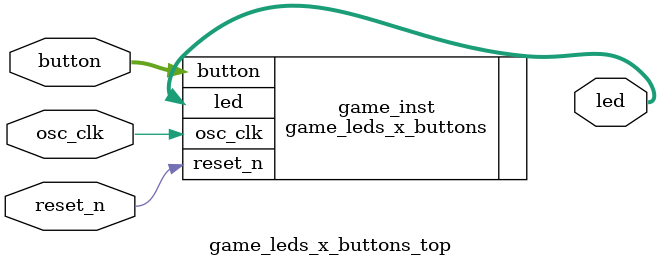
<source format=v>
module game_leds_x_buttons_top #(parameter WIDTH = 3)(
    input osc_clk,    // Clock input
    input reset_n,    // Reset input
    input [WIDTH:0] button, // Button input
    output reg [WIDTH:0] led // LED output
);

// Instantiate the game module
game_leds_x_buttons #(WIDTH) game_inst (
    .osc_clk(osc_clk),
    .reset_n(reset_n),
    .button(button),
    .led(led)
);

endmodule

</source>
